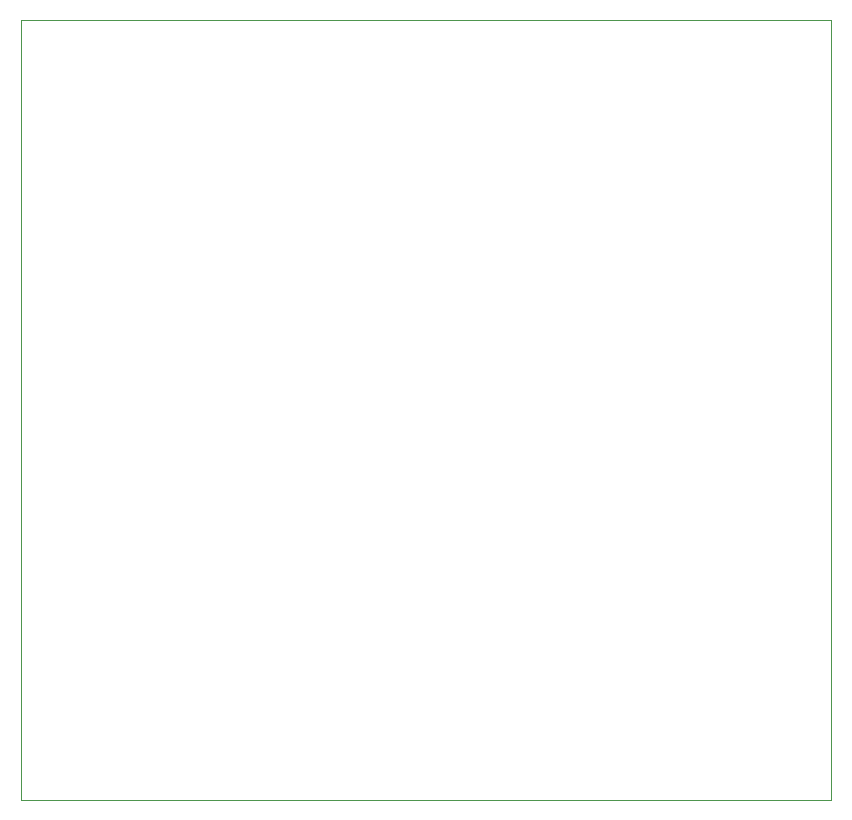
<source format=gm1>
G04 #@! TF.GenerationSoftware,KiCad,Pcbnew,7.0.7*
G04 #@! TF.CreationDate,2023-10-10T22:42:23+09:00*
G04 #@! TF.ProjectId,Pixy-mega128,41544d65-6761-4313-9238-4475696e6f2e,rev?*
G04 #@! TF.SameCoordinates,Original*
G04 #@! TF.FileFunction,Profile,NP*
%FSLAX46Y46*%
G04 Gerber Fmt 4.6, Leading zero omitted, Abs format (unit mm)*
G04 Created by KiCad (PCBNEW 7.0.7) date 2023-10-10 22:42:23*
%MOMM*%
%LPD*%
G01*
G04 APERTURE LIST*
G04 #@! TA.AperFunction,Profile*
%ADD10C,0.100000*%
G04 #@! TD*
G04 APERTURE END LIST*
D10*
X17780000Y-83820000D02*
X86360000Y-83820000D01*
X17780000Y-17780000D02*
X20320000Y-17780000D01*
X17780000Y-17780000D02*
X17780000Y-83820000D01*
X86360000Y-83820000D02*
X86360000Y-17780000D01*
X86360000Y-17780000D02*
X20320000Y-17780000D01*
M02*

</source>
